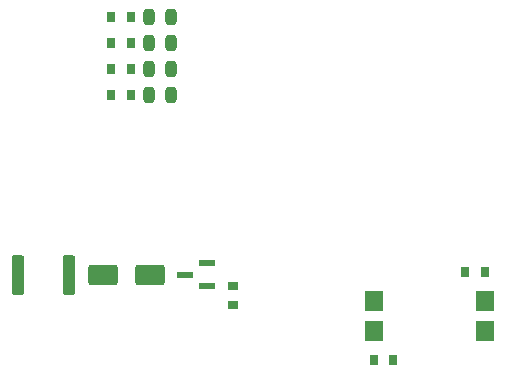
<source format=gbr>
%TF.GenerationSoftware,KiCad,Pcbnew,8.0.4-8.0.4-0~ubuntu22.04.1*%
%TF.CreationDate,2024-08-18T10:29:15-05:00*%
%TF.ProjectId,Doorbell with External ESP8266,446f6f72-6265-46c6-9c20-776974682045,v1.1*%
%TF.SameCoordinates,Original*%
%TF.FileFunction,Paste,Top*%
%TF.FilePolarity,Positive*%
%FSLAX46Y46*%
G04 Gerber Fmt 4.6, Leading zero omitted, Abs format (unit mm)*
G04 Created by KiCad (PCBNEW 8.0.4-8.0.4-0~ubuntu22.04.1) date 2024-08-18 10:29:15*
%MOMM*%
%LPD*%
G01*
G04 APERTURE LIST*
G04 Aperture macros list*
%AMRoundRect*
0 Rectangle with rounded corners*
0 $1 Rounding radius*
0 $2 $3 $4 $5 $6 $7 $8 $9 X,Y pos of 4 corners*
0 Add a 4 corners polygon primitive as box body*
4,1,4,$2,$3,$4,$5,$6,$7,$8,$9,$2,$3,0*
0 Add four circle primitives for the rounded corners*
1,1,$1+$1,$2,$3*
1,1,$1+$1,$4,$5*
1,1,$1+$1,$6,$7*
1,1,$1+$1,$8,$9*
0 Add four rect primitives between the rounded corners*
20,1,$1+$1,$2,$3,$4,$5,0*
20,1,$1+$1,$4,$5,$6,$7,0*
20,1,$1+$1,$6,$7,$8,$9,0*
20,1,$1+$1,$8,$9,$2,$3,0*%
G04 Aperture macros list end*
%ADD10RoundRect,0.190000X0.190000X0.265000X-0.190000X0.265000X-0.190000X-0.265000X0.190000X-0.265000X0*%
%ADD11RoundRect,0.233750X0.233750X0.446250X-0.233750X0.446250X-0.233750X-0.446250X0.233750X-0.446250X0*%
%ADD12RoundRect,0.241111X-0.301389X-1.438889X0.301389X-1.438889X0.301389X1.438889X-0.301389X1.438889X0*%
%ADD13RoundRect,0.140000X0.577500X0.140000X-0.577500X0.140000X-0.577500X-0.140000X0.577500X-0.140000X0*%
%ADD14RoundRect,0.233750X-0.233750X-0.446250X0.233750X-0.446250X0.233750X0.446250X-0.233750X0.446250X0*%
%ADD15RoundRect,0.190000X-0.265000X0.190000X-0.265000X-0.190000X0.265000X-0.190000X0.265000X0.190000X0*%
%ADD16RoundRect,0.190000X-0.190000X-0.265000X0.190000X-0.265000X0.190000X0.265000X-0.190000X0.265000X0*%
%ADD17RoundRect,0.244444X-0.985556X-0.635556X0.985556X-0.635556X0.985556X0.635556X-0.985556X0.635556X0*%
%ADD18R,1.640000X1.670000*%
G04 APERTURE END LIST*
D10*
%TO.C,R101*%
X44325000Y-24000000D03*
X42675000Y-24000000D03*
%TD*%
%TO.C,R104*%
X44325000Y-30600000D03*
X42675000Y-30600000D03*
%TD*%
D11*
%TO.C,D104*%
X47737500Y-30600000D03*
X45862500Y-30600000D03*
%TD*%
D12*
%TO.C,F101*%
X34825000Y-45800000D03*
X39100000Y-45800000D03*
%TD*%
D11*
%TO.C,D101*%
X47737500Y-24000000D03*
X45862500Y-24000000D03*
%TD*%
D13*
%TO.C,Q101*%
X50825000Y-46750000D03*
X50825000Y-44850000D03*
X48950000Y-45800000D03*
%TD*%
D14*
%TO.C,D102*%
X45862500Y-28400000D03*
X47737500Y-28400000D03*
%TD*%
D15*
%TO.C,R105*%
X53000000Y-46750000D03*
X53000000Y-48400000D03*
%TD*%
D16*
%TO.C,R102*%
X42675000Y-28400000D03*
X44325000Y-28400000D03*
%TD*%
D11*
%TO.C,D103*%
X47737500Y-26200000D03*
X45862500Y-26200000D03*
%TD*%
D10*
%TO.C,R106*%
X66550000Y-53000000D03*
X64900000Y-53000000D03*
%TD*%
%TO.C,R103*%
X44325000Y-26200000D03*
X42675000Y-26200000D03*
%TD*%
D17*
%TO.C,D105*%
X42000000Y-45800000D03*
X46000000Y-45800000D03*
%TD*%
D16*
%TO.C,R107*%
X72650000Y-45600000D03*
X74300000Y-45600000D03*
%TD*%
D18*
%TO.C,U103*%
X64907500Y-48040000D03*
X64907500Y-50580000D03*
X74297500Y-50580000D03*
X74297500Y-48040000D03*
%TD*%
M02*

</source>
